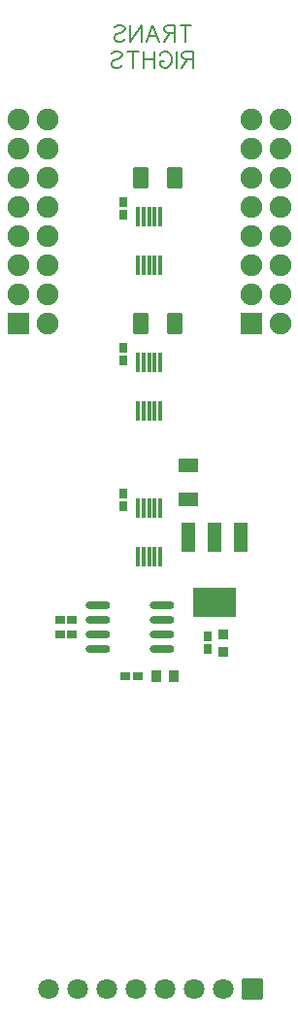
<source format=gbs>
G04 Layer: BottomSolderMaskLayer*
G04 EasyEDA v6.5.39, 2024-01-28 22:23:05*
G04 c3fe260546394cefa430cd682b94bf32,5a6b42c53f6a479593ecc07194224c93,10*
G04 Gerber Generator version 0.2*
G04 Scale: 100 percent, Rotated: No, Reflected: No *
G04 Dimensions in millimeters *
G04 leading zeros omitted , absolute positions ,4 integer and 5 decimal *
%FSLAX45Y45*%
%MOMM*%

%AMMACRO1*1,1,$1,$2,$3*1,1,$1,$4,$5*1,1,$1,0-$2,0-$3*1,1,$1,0-$4,0-$5*20,1,$1,$2,$3,$4,$5,0*20,1,$1,$4,$5,0-$2,0-$3,0*20,1,$1,0-$2,0-$3,0-$4,0-$5,0*20,1,$1,0-$4,0-$5,$2,$3,0*4,1,4,$2,$3,$4,$5,0-$2,0-$3,0-$4,0-$5,$2,$3,0*%
%ADD10C,0.2032*%
%ADD11MACRO1,0.1016X-0.395X0.27X-0.395X-0.27*%
%ADD12MACRO1,0.1016X0.395X0.27X0.395X-0.27*%
%ADD13MACRO1,0.1016X-0.27X-0.395X0.27X-0.395*%
%ADD14MACRO1,0.1016X-0.27X0.395X0.27X0.395*%
%ADD15O,0.38160960000000005X1.7216120000000001*%
%ADD16R,1.8026X1.3091*%
%ADD17MACRO1,0.1016X0.6038X-0.8505X0.6038X0.8505*%
%ADD18MACRO1,0.1016X-0.6038X-0.8505X-0.6038X0.8505*%
%ADD19MACRO1,0.1016X0.9X-0.9X0.9X0.9*%
%ADD20C,1.9016*%
%ADD21MACRO1,0.1016X-0.85X-0.85X0.85X-0.85*%
%ADD22C,1.8016*%
%ADD23MACRO1,0.1016X-0.525X1.2325X0.525X1.2325*%
%ADD24MACRO1,0.1016X1.77X1.2325X-1.77X1.2325*%
%ADD25R,0.9656X0.9081*%
%ADD26MACRO1,0.1016X-0.4032X0.432X-0.4032X-0.432*%
%ADD27MACRO1,0.1016X0.4032X0.432X0.4032X-0.432*%
%ADD28O,2.1466048X0.68961*%

%LPD*%
D10*
X2352573Y11619463D02*
G01*
X2352573Y11476281D01*
X2400300Y11619463D02*
G01*
X2304844Y11619463D01*
X2259845Y11619463D02*
G01*
X2259845Y11476281D01*
X2259845Y11619463D02*
G01*
X2198481Y11619463D01*
X2178027Y11612646D01*
X2171209Y11605826D01*
X2164389Y11592191D01*
X2164389Y11578554D01*
X2171209Y11564917D01*
X2178027Y11558099D01*
X2198481Y11551282D01*
X2259845Y11551282D01*
X2212119Y11551282D02*
G01*
X2164389Y11476281D01*
X2064844Y11619463D02*
G01*
X2119391Y11476281D01*
X2064844Y11619463D02*
G01*
X2010300Y11476281D01*
X2098936Y11524007D02*
G01*
X2030755Y11524007D01*
X1965299Y11619463D02*
G01*
X1965299Y11476281D01*
X1965299Y11619463D02*
G01*
X1869846Y11476281D01*
X1869846Y11619463D02*
G01*
X1869846Y11476281D01*
X1729392Y11599009D02*
G01*
X1743026Y11612646D01*
X1763481Y11619463D01*
X1790753Y11619463D01*
X1811207Y11612646D01*
X1824845Y11599009D01*
X1824845Y11585371D01*
X1818027Y11571737D01*
X1811207Y11564917D01*
X1797573Y11558099D01*
X1756663Y11544462D01*
X1743026Y11537645D01*
X1736209Y11530827D01*
X1729392Y11517190D01*
X1729392Y11496735D01*
X1743026Y11483101D01*
X1763481Y11476281D01*
X1790753Y11476281D01*
X1811207Y11483101D01*
X1824845Y11496735D01*
X2413000Y11390863D02*
G01*
X2413000Y11247681D01*
X2413000Y11390863D02*
G01*
X2351636Y11390863D01*
X2331181Y11384046D01*
X2324364Y11377226D01*
X2317544Y11363591D01*
X2317544Y11349954D01*
X2324364Y11336317D01*
X2331181Y11329499D01*
X2351636Y11322682D01*
X2413000Y11322682D01*
X2365273Y11322682D02*
G01*
X2317544Y11247681D01*
X2272545Y11390863D02*
G01*
X2272545Y11247681D01*
X2125273Y11356771D02*
G01*
X2132091Y11370409D01*
X2145728Y11384046D01*
X2159363Y11390863D01*
X2186635Y11390863D01*
X2200272Y11384046D01*
X2213909Y11370409D01*
X2220727Y11356771D01*
X2227544Y11336317D01*
X2227544Y11302227D01*
X2220727Y11281773D01*
X2213909Y11268135D01*
X2200272Y11254501D01*
X2186635Y11247681D01*
X2159363Y11247681D01*
X2145728Y11254501D01*
X2132091Y11268135D01*
X2125273Y11281773D01*
X2125273Y11302227D01*
X2159363Y11302227D02*
G01*
X2125273Y11302227D01*
X2080272Y11390863D02*
G01*
X2080272Y11247681D01*
X1984816Y11390863D02*
G01*
X1984816Y11247681D01*
X2080272Y11322682D02*
G01*
X1984816Y11322682D01*
X1892091Y11390863D02*
G01*
X1892091Y11247681D01*
X1939818Y11390863D02*
G01*
X1844362Y11390863D01*
X1703908Y11370409D02*
G01*
X1717545Y11384046D01*
X1738000Y11390863D01*
X1765272Y11390863D01*
X1785726Y11384046D01*
X1799363Y11370409D01*
X1799363Y11356771D01*
X1792546Y11343137D01*
X1785726Y11336317D01*
X1772091Y11329499D01*
X1731182Y11315862D01*
X1717545Y11309045D01*
X1710728Y11302227D01*
X1703908Y11288590D01*
X1703908Y11268135D01*
X1717545Y11254501D01*
X1738000Y11247681D01*
X1765272Y11247681D01*
X1785726Y11254501D01*
X1799363Y11268135D01*
D11*
G01*
X1934105Y5943600D03*
D12*
G01*
X1825094Y5943600D03*
D13*
G01*
X2540000Y6290205D03*
D14*
G01*
X2540000Y6181194D03*
D11*
G01*
X1362605Y6438900D03*
D12*
G01*
X1253594Y6438900D03*
D11*
G01*
X1362605Y6311900D03*
D12*
G01*
X1253594Y6311900D03*
D15*
G01*
X2131999Y6989902D03*
G01*
X2081987Y6989902D03*
G01*
X2032000Y6989902D03*
G01*
X1981987Y6989902D03*
G01*
X1932000Y6989902D03*
G01*
X2131999Y7411897D03*
G01*
X2081987Y7411897D03*
G01*
X2032000Y7411897D03*
G01*
X1981987Y7411897D03*
G01*
X1932000Y7411897D03*
D16*
G01*
X2374900Y7484821D03*
G01*
X2374900Y7780578D03*
D15*
G01*
X2131999Y9529902D03*
G01*
X2081987Y9529902D03*
G01*
X2032000Y9529902D03*
G01*
X1981987Y9529902D03*
G01*
X1932000Y9529902D03*
G01*
X2131999Y9951897D03*
G01*
X2081987Y9951897D03*
G01*
X2032000Y9951897D03*
G01*
X1981987Y9951897D03*
G01*
X1932000Y9951897D03*
D17*
G01*
X1960323Y10287000D03*
D18*
G01*
X2256076Y10287000D03*
D17*
G01*
X1960323Y9017000D03*
D18*
G01*
X2256076Y9017000D03*
D15*
G01*
X2131999Y8259902D03*
G01*
X2081987Y8259902D03*
G01*
X2032000Y8259902D03*
G01*
X1981987Y8259902D03*
G01*
X1932000Y8259902D03*
G01*
X2131999Y8681897D03*
G01*
X2081987Y8681897D03*
G01*
X2032000Y8681897D03*
G01*
X1981987Y8681897D03*
G01*
X1932000Y8681897D03*
D19*
G01*
X889000Y9017000D03*
D20*
G01*
X1143000Y9017000D03*
G01*
X889000Y9271000D03*
G01*
X1143000Y9271000D03*
G01*
X889000Y9525000D03*
G01*
X1143000Y9525000D03*
G01*
X889000Y9779000D03*
G01*
X1143000Y9779000D03*
G01*
X889000Y10033000D03*
G01*
X1143000Y10033000D03*
G01*
X889000Y10287000D03*
G01*
X1143000Y10287000D03*
G01*
X889000Y10541000D03*
G01*
X1143000Y10541000D03*
G01*
X889000Y10795000D03*
G01*
X1143000Y10795000D03*
D19*
G01*
X2921000Y9017000D03*
D20*
G01*
X3175000Y9017000D03*
G01*
X2921000Y9271000D03*
G01*
X3175000Y9271000D03*
G01*
X2921000Y9525000D03*
G01*
X3175000Y9525000D03*
G01*
X2921000Y9779000D03*
G01*
X3175000Y9779000D03*
G01*
X2921000Y10033000D03*
G01*
X3175000Y10033000D03*
G01*
X2921000Y10287000D03*
G01*
X3175000Y10287000D03*
G01*
X2921000Y10541000D03*
G01*
X3175000Y10541000D03*
G01*
X2921000Y10795000D03*
G01*
X3175000Y10795000D03*
D21*
G01*
X2937494Y3216894D03*
D22*
G01*
X2683509Y3216910D03*
G01*
X2429509Y3216910D03*
G01*
X2175509Y3216910D03*
G01*
X1921509Y3216910D03*
G01*
X1667509Y3216910D03*
G01*
X1413509Y3216910D03*
G01*
X1159509Y3216910D03*
D23*
G01*
X2373500Y7156450D03*
G01*
X2603500Y7156450D03*
G01*
X2833499Y7156450D03*
D24*
G01*
X2603500Y6584950D03*
D25*
G01*
X2679700Y6160363D03*
G01*
X2679700Y6311036D03*
D26*
G01*
X2247024Y5943600D03*
D27*
G01*
X2096375Y5943600D03*
D13*
G01*
X1803400Y7534805D03*
D14*
G01*
X1803400Y7425794D03*
D13*
G01*
X1803400Y10074805D03*
D14*
G01*
X1803400Y9965794D03*
D13*
G01*
X1803400Y8804805D03*
D14*
G01*
X1803400Y8695794D03*
D28*
G01*
X2144140Y6565900D03*
G01*
X2144140Y6438900D03*
G01*
X2144140Y6311900D03*
G01*
X2144140Y6184900D03*
G01*
X1589659Y6565900D03*
G01*
X1589659Y6438900D03*
G01*
X1589659Y6311900D03*
G01*
X1589659Y6184900D03*
M02*

</source>
